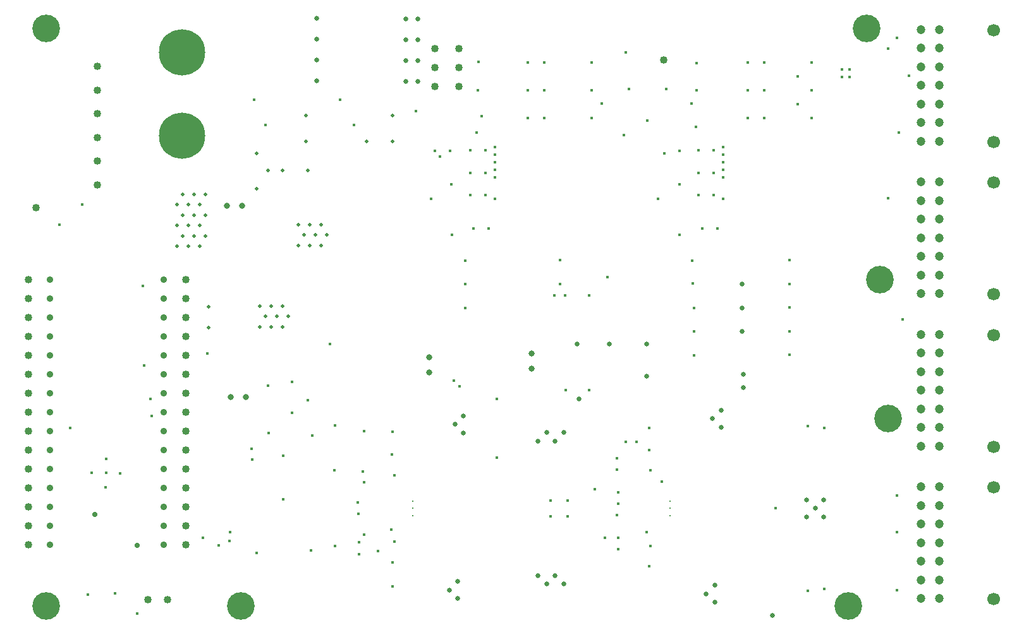
<source format=gbr>
%TF.GenerationSoftware,Altium Limited,Altium Designer,24.1.2 (44)*%
G04 Layer_Color=0*
%FSLAX45Y45*%
%MOMM*%
%TF.SameCoordinates,12E9634C-A8E6-484A-B1C3-FEDB1742B245*%
%TF.FilePolarity,Positive*%
%TF.FileFunction,Plated,1,6,PTH,Drill*%
%TF.Part,Single*%
G01*
G75*
%TA.AperFunction,ComponentDrill*%
%ADD175C,1.02000*%
%ADD176C,6.20000*%
%ADD177C,1.20000*%
%ADD178C,1.70000*%
%ADD179C,0.90000*%
%ADD180C,3.70000*%
%ADD181C,0.80000*%
%ADD182C,0.80000*%
%ADD183C,1.01600*%
%TA.AperFunction,ViaDrill,NotFilled*%
%ADD184C,0.38100*%
%ADD185C,0.71120*%
%ADD186C,0.63500*%
%ADD187C,0.20000*%
%ADD188C,0.50800*%
%ADD189C,0.43180*%
D175*
X12065000Y13258800D02*
D03*
Y13004800D02*
D03*
Y12750800D02*
D03*
X12382500Y13258800D02*
D03*
Y13004800D02*
D03*
Y12750800D02*
D03*
X6616700Y10160000D02*
D03*
Y9906000D02*
D03*
Y9652000D02*
D03*
Y9398000D02*
D03*
Y9144000D02*
D03*
Y8890000D02*
D03*
Y8636000D02*
D03*
Y8382000D02*
D03*
Y8128000D02*
D03*
Y7874000D02*
D03*
Y7620000D02*
D03*
Y7366000D02*
D03*
Y7112000D02*
D03*
Y6858000D02*
D03*
Y6604000D02*
D03*
X8724900Y10160000D02*
D03*
Y9906000D02*
D03*
Y9652000D02*
D03*
Y9398000D02*
D03*
Y9144000D02*
D03*
Y8890000D02*
D03*
Y8636000D02*
D03*
Y8382000D02*
D03*
Y8128000D02*
D03*
Y7874000D02*
D03*
Y7620000D02*
D03*
Y7366000D02*
D03*
Y7112000D02*
D03*
Y6858000D02*
D03*
Y6604000D02*
D03*
D176*
X8674100Y13208000D02*
D03*
Y12090400D02*
D03*
D177*
X18572803Y11467148D02*
D03*
Y11217148D02*
D03*
Y10967148D02*
D03*
Y10717148D02*
D03*
Y10467148D02*
D03*
Y10217148D02*
D03*
Y9967148D02*
D03*
X18822803Y11467148D02*
D03*
Y11217148D02*
D03*
Y10967148D02*
D03*
Y10717148D02*
D03*
Y10467148D02*
D03*
Y10217148D02*
D03*
Y9967148D02*
D03*
X18572803Y13511848D02*
D03*
Y13261848D02*
D03*
Y13011848D02*
D03*
Y12761848D02*
D03*
Y12511848D02*
D03*
Y12261848D02*
D03*
Y12011848D02*
D03*
X18822803Y13511848D02*
D03*
Y13261848D02*
D03*
Y13011848D02*
D03*
Y12761848D02*
D03*
Y12511848D02*
D03*
Y12261848D02*
D03*
Y12011848D02*
D03*
X18572800Y9422449D02*
D03*
Y9172449D02*
D03*
Y8922449D02*
D03*
Y8672449D02*
D03*
Y8422449D02*
D03*
Y8172449D02*
D03*
Y7922449D02*
D03*
X18822800Y9422449D02*
D03*
Y9172449D02*
D03*
Y8922449D02*
D03*
Y8672449D02*
D03*
Y8422449D02*
D03*
Y8172449D02*
D03*
Y7922449D02*
D03*
X18572800Y7377749D02*
D03*
Y7127749D02*
D03*
Y6877749D02*
D03*
Y6627749D02*
D03*
Y6377749D02*
D03*
Y6127749D02*
D03*
Y5877749D02*
D03*
X18822800Y7377749D02*
D03*
Y7127749D02*
D03*
Y6877749D02*
D03*
Y6627749D02*
D03*
Y6377749D02*
D03*
Y6127749D02*
D03*
Y5877749D02*
D03*
D178*
X19545302Y9962148D02*
D03*
Y11459648D02*
D03*
Y12006848D02*
D03*
Y13504349D02*
D03*
X19545300Y7917449D02*
D03*
Y9414949D02*
D03*
Y5872749D02*
D03*
Y7370249D02*
D03*
D179*
X8432800Y10160000D02*
D03*
Y9906000D02*
D03*
Y9652000D02*
D03*
Y9398000D02*
D03*
Y9144000D02*
D03*
Y8890000D02*
D03*
Y8636000D02*
D03*
Y8382000D02*
D03*
Y8128000D02*
D03*
Y7874000D02*
D03*
Y7620000D02*
D03*
Y7366000D02*
D03*
Y7112000D02*
D03*
Y6858000D02*
D03*
Y6604000D02*
D03*
X6908800D02*
D03*
Y6858000D02*
D03*
Y7112000D02*
D03*
Y7366000D02*
D03*
Y7620000D02*
D03*
Y7874000D02*
D03*
Y8128000D02*
D03*
Y8382000D02*
D03*
Y8636000D02*
D03*
Y8890000D02*
D03*
Y9144000D02*
D03*
Y9398000D02*
D03*
Y9652000D02*
D03*
Y9906000D02*
D03*
Y10160000D02*
D03*
D180*
X6858000Y13525500D02*
D03*
Y5778500D02*
D03*
X17843500Y13525500D02*
D03*
X17602200Y5778500D02*
D03*
X18021300Y10160000D02*
D03*
X18135600Y8293100D02*
D03*
X9461500Y5778500D02*
D03*
D181*
X13358000Y8963900D02*
D03*
Y9163900D02*
D03*
X11988000Y8913900D02*
D03*
Y9113900D02*
D03*
D182*
X9479900Y11151400D02*
D03*
X9279900D02*
D03*
X9529900Y8581400D02*
D03*
X9329900D02*
D03*
D183*
X6725369Y11120947D02*
D03*
X7543800Y12382500D02*
D03*
Y12065000D02*
D03*
Y12700000D02*
D03*
Y11430000D02*
D03*
Y13017500D02*
D03*
Y11747500D02*
D03*
X15125700Y13106400D02*
D03*
X8216900Y5867400D02*
D03*
X8483600D02*
D03*
D184*
X11493500Y8115300D02*
D03*
X10420350Y8064500D02*
D03*
X10033000Y7213600D02*
D03*
X10401300Y6527800D02*
D03*
X12890500Y7772400D02*
D03*
X8255000Y8559800D02*
D03*
X8267700Y8331200D02*
D03*
X11118034Y8126574D02*
D03*
X8166100Y9004300D02*
D03*
X7848600Y7558000D02*
D03*
X11047811Y6478228D02*
D03*
X15138400Y11849100D02*
D03*
X12128500Y11811000D02*
D03*
X12268200Y11887200D02*
D03*
X12065000D02*
D03*
X9017000Y9169400D02*
D03*
X17055943Y5984100D02*
D03*
X18251401Y5994597D02*
D03*
X14935201Y8166100D02*
D03*
X11520011Y7533500D02*
D03*
X10730230Y8205470D02*
D03*
X17055943Y8193900D02*
D03*
X11493500Y6045200D02*
D03*
Y6362700D02*
D03*
X11520011Y6644500D02*
D03*
X11492120Y7809120D02*
D03*
X10717611Y7597000D02*
D03*
X17276169Y6009100D02*
D03*
X17276169Y8168900D02*
D03*
X14935201Y6311900D02*
D03*
X14950044Y6581000D02*
D03*
Y7597000D02*
D03*
X14935043Y7874725D02*
D03*
X10722461Y6581000D02*
D03*
X13614482Y7195489D02*
D03*
X13843082Y7195489D02*
D03*
X13840541Y6982511D02*
D03*
X13611942Y6982511D02*
D03*
X11301811Y6517500D02*
D03*
X11117711Y7438250D02*
D03*
X11098611Y7584300D02*
D03*
X11483333Y6800622D02*
D03*
X11044561Y6638550D02*
D03*
X11035111Y7165200D02*
D03*
X11039961Y7012800D02*
D03*
X11117711Y6739750D02*
D03*
X9170479Y6592207D02*
D03*
X12314378Y8805722D02*
D03*
X12395200Y8724900D02*
D03*
X10152000Y8369300D02*
D03*
X10363200Y8540750D02*
D03*
X13665199Y9943621D02*
D03*
X15100143Y7444600D02*
D03*
X14763594Y7982726D02*
D03*
X14623894D02*
D03*
X10033000Y7797800D02*
D03*
X7175500Y8166100D02*
D03*
X9318656Y6770378D02*
D03*
X14896944Y6771500D02*
D03*
X16624144Y7089000D02*
D03*
X14503244Y7762100D02*
D03*
X14204794Y7349300D02*
D03*
X14338144Y6695300D02*
D03*
X14520743Y6542900D02*
D03*
X14518243Y6694975D02*
D03*
X14503244Y7000100D02*
D03*
X14520743Y7152500D02*
D03*
X14515894Y7304900D02*
D03*
X14503244Y7609700D02*
D03*
X9613900Y7747000D02*
D03*
X9609159Y7884352D02*
D03*
X8156301Y10073407D02*
D03*
X10152000Y8786791D02*
D03*
X13813290Y8674049D02*
D03*
X14130791D02*
D03*
X9836150Y8096250D02*
D03*
X12890500Y8559800D02*
D03*
X13525500Y13068300D02*
D03*
X12649200Y13081000D02*
D03*
X13309599Y13068300D02*
D03*
X13525500Y12698865D02*
D03*
X13309599D02*
D03*
X12640850Y12696325D02*
D03*
X14160500Y12700000D02*
D03*
Y13068300D02*
D03*
X13525500Y12325350D02*
D03*
X13309599D02*
D03*
X14160500D02*
D03*
X9791700Y12228336D02*
D03*
X10983736D02*
D03*
X10795000Y12573000D02*
D03*
X9639300D02*
D03*
X15521672Y10105948D02*
D03*
X14908200Y12291813D02*
D03*
X18135600Y13258800D02*
D03*
X18414999Y12890500D02*
D03*
X18275301Y12128500D02*
D03*
X15796100Y11590020D02*
D03*
X15596100Y11890020D02*
D03*
Y11590020D02*
D03*
Y11290020D02*
D03*
X15796100Y11890020D02*
D03*
Y11290020D02*
D03*
X10657848Y9295900D02*
D03*
X18134052Y11252700D02*
D03*
X18250400Y7261852D02*
D03*
Y6766552D02*
D03*
X18328648Y9626100D02*
D03*
X18250400Y13395952D02*
D03*
X9309100Y6654800D02*
D03*
X14617700Y13201649D02*
D03*
X17110193Y13070532D02*
D03*
X17107375Y12698236D02*
D03*
X15563982Y12209263D02*
D03*
X16472375Y12325350D02*
D03*
X14295529Y12515850D02*
D03*
X15502705D02*
D03*
X17107375Y12325350D02*
D03*
X12688534Y12347121D02*
D03*
X16256474Y12325350D02*
D03*
X16922365Y12512227D02*
D03*
X15571851Y12695696D02*
D03*
X15509798Y10414500D02*
D03*
X8075547Y5677540D02*
D03*
X7416800Y5930900D02*
D03*
X7778252Y5945106D02*
D03*
X15571851Y13065173D02*
D03*
X16817336Y9145770D02*
D03*
Y9463270D02*
D03*
Y9780770D02*
D03*
Y10098270D02*
D03*
Y10415770D02*
D03*
X15531889Y9143230D02*
D03*
Y9460730D02*
D03*
Y9778230D02*
D03*
X14375790Y10190857D02*
D03*
X13810750Y9943621D02*
D03*
X14128250D02*
D03*
X13743462Y10098270D02*
D03*
Y10415770D02*
D03*
X12473889Y9778230D02*
D03*
Y10095730D02*
D03*
Y10413230D02*
D03*
X17614900Y12979401D02*
D03*
X11810398Y12420600D02*
D03*
X14661018Y12714100D02*
D03*
X8953500Y6692900D02*
D03*
X9829800Y8737600D02*
D03*
X9677400Y6489700D02*
D03*
X12293600Y10756900D02*
D03*
X15343201Y10754676D02*
D03*
X12017000Y11240538D02*
D03*
X15051674D02*
D03*
X15341600Y11887200D02*
D03*
X15159425Y12714100D02*
D03*
X7663700Y7754100D02*
D03*
X7652500Y7373100D02*
D03*
X7467600Y7569200D02*
D03*
X7658100Y7563600D02*
D03*
X16922365Y12881705D02*
D03*
X15845799Y10846300D02*
D03*
X15642599D02*
D03*
X15923100Y11239500D02*
D03*
Y11531600D02*
D03*
Y11633200D02*
D03*
Y11734800D02*
D03*
Y11836400D02*
D03*
Y11938000D02*
D03*
X15342368Y11439393D02*
D03*
X16256474Y13067628D02*
D03*
X16472375D02*
D03*
Y12698193D02*
D03*
X16256474D02*
D03*
X12623800Y12128500D02*
D03*
X14594299Y12092400D02*
D03*
X12584600Y10846300D02*
D03*
X12787800D02*
D03*
X12284367Y11439393D02*
D03*
X7035800Y10896600D02*
D03*
X7340600Y11163300D02*
D03*
X17513300Y12979401D02*
D03*
X17614900Y12877800D02*
D03*
X17513300D02*
D03*
D185*
X8077200Y6591300D02*
D03*
X7505700Y7010400D02*
D03*
D186*
X16586200Y5651500D02*
D03*
X15813000Y5829300D02*
D03*
Y6057900D02*
D03*
X15698700Y5943600D02*
D03*
X12371300Y5880100D02*
D03*
X12257000Y5994400D02*
D03*
X12371300Y6108700D02*
D03*
X15897701Y8405437D02*
D03*
X15783400Y8291137D02*
D03*
X15897701Y8176837D02*
D03*
X12446000Y8102600D02*
D03*
X12331700Y8216900D02*
D03*
X12446000Y8331200D02*
D03*
X13562411Y8105000D02*
D03*
X13791011D02*
D03*
X13562411Y6073000D02*
D03*
X13448111Y6187300D02*
D03*
X13676711D02*
D03*
X13448111Y7990700D02*
D03*
X13676711D02*
D03*
X13791011Y6073000D02*
D03*
X17271844Y7203300D02*
D03*
Y6974700D02*
D03*
X17157544Y7089000D02*
D03*
X17043243Y7203300D02*
D03*
Y6974700D02*
D03*
X13995399Y8559800D02*
D03*
X10477500Y13665199D02*
D03*
Y13106400D02*
D03*
Y13385800D02*
D03*
Y12827000D02*
D03*
X14401801Y9296400D02*
D03*
X11671300Y12814301D02*
D03*
X14899863Y9296400D02*
D03*
Y8864600D02*
D03*
X16192500Y8890000D02*
D03*
Y8712200D02*
D03*
X16179800Y9779000D02*
D03*
Y9461500D02*
D03*
Y10096500D02*
D03*
X13970000Y9296400D02*
D03*
X11671300Y13373100D02*
D03*
Y13093700D02*
D03*
Y13652499D02*
D03*
X11836400Y12814301D02*
D03*
Y13652499D02*
D03*
Y13373100D02*
D03*
Y13093700D02*
D03*
D187*
X11771711Y7184000D02*
D03*
Y7089000D02*
D03*
Y6994000D02*
D03*
X15214444Y7184000D02*
D03*
Y7089000D02*
D03*
Y6994000D02*
D03*
D188*
X9944100Y9664700D02*
D03*
X10020300Y9525000D02*
D03*
X10096500Y9664700D02*
D03*
X9867900Y9525000D02*
D03*
X9791700Y9664700D02*
D03*
X9715500Y9525000D02*
D03*
X9029700Y9512300D02*
D03*
X10337800Y12014200D02*
D03*
X11150600D02*
D03*
X11493500D02*
D03*
Y12357100D02*
D03*
X10337800D02*
D03*
X10020300Y11620500D02*
D03*
X10363200D02*
D03*
X9677400Y11379200D02*
D03*
Y11849100D02*
D03*
X9829800Y11620500D02*
D03*
X9029700Y9791700D02*
D03*
X10464800Y10756900D02*
D03*
X10617200D02*
D03*
X10312400D02*
D03*
X10541000Y10617200D02*
D03*
X10236200D02*
D03*
X10388600D02*
D03*
X10236200Y10896600D02*
D03*
X10541000D02*
D03*
X10388600D02*
D03*
X9715500Y9804400D02*
D03*
X10020300D02*
D03*
X9867900D02*
D03*
X8686800Y11303000D02*
D03*
X8839200D02*
D03*
X8991600D02*
D03*
X8610600Y11163300D02*
D03*
X8763000D02*
D03*
X8915400D02*
D03*
X8763000Y10883900D02*
D03*
X8839200Y11023600D02*
D03*
X8915400Y10883900D02*
D03*
X8610600D02*
D03*
X8686800Y11023600D02*
D03*
X8991600D02*
D03*
X8763000Y10604500D02*
D03*
X8610600D02*
D03*
X8915400D02*
D03*
X8686800Y10744200D02*
D03*
X8991600D02*
D03*
X8839200D02*
D03*
D189*
X12738100Y11290020D02*
D03*
Y11890020D02*
D03*
X12538100Y11290020D02*
D03*
Y11590020D02*
D03*
Y11890020D02*
D03*
X12738100Y11590020D02*
D03*
X12865100Y11239500D02*
D03*
Y11531600D02*
D03*
Y11633200D02*
D03*
Y11734800D02*
D03*
Y11836400D02*
D03*
Y11938000D02*
D03*
%TF.MD5,040b884e99b8502e6c54f716afa81459*%
M02*

</source>
